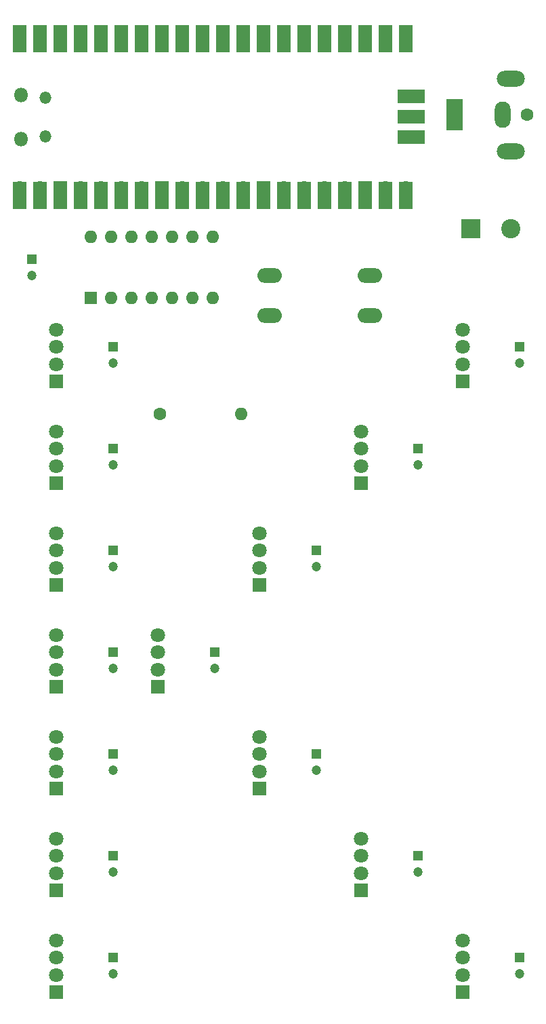
<source format=gbr>
%TF.GenerationSoftware,KiCad,Pcbnew,(5.1.9)-1*%
%TF.CreationDate,2021-02-28T12:15:39-08:00*%
%TF.ProjectId,namebadge,6e616d65-6261-4646-9765-2e6b69636164,v0.1*%
%TF.SameCoordinates,Original*%
%TF.FileFunction,Soldermask,Top*%
%TF.FilePolarity,Negative*%
%FSLAX46Y46*%
G04 Gerber Fmt 4.6, Leading zero omitted, Abs format (unit mm)*
G04 Created by KiCad (PCBNEW (5.1.9)-1) date 2021-02-28 12:15:39*
%MOMM*%
%LPD*%
G01*
G04 APERTURE LIST*
%ADD10O,3.048000X1.850000*%
%ADD11O,1.600000X1.600000*%
%ADD12C,1.600000*%
%ADD13O,1.700000X1.700000*%
%ADD14R,3.500000X1.700000*%
%ADD15R,1.700000X1.700000*%
%ADD16O,1.500000X1.500000*%
%ADD17O,1.800000X1.800000*%
%ADD18R,1.700000X3.500000*%
%ADD19R,1.800000X1.800000*%
%ADD20C,1.800000*%
%ADD21C,1.200000*%
%ADD22R,1.200000X1.200000*%
%ADD23R,1.600000X1.600000*%
%ADD24O,3.500000X2.000000*%
%ADD25O,2.000000X3.300000*%
%ADD26R,2.000000X4.000000*%
%ADD27R,2.400000X2.400000*%
%ADD28C,2.400000*%
G04 APERTURE END LIST*
D10*
%TO.C,SW1*%
X69650000Y-52832000D03*
X69650000Y-57832000D03*
X57150000Y-52832000D03*
X57150000Y-57832000D03*
%TD*%
D11*
%TO.C,R1*%
X53594000Y-70104000D03*
D12*
X43434000Y-70104000D03*
%TD*%
D13*
%TO.C,U1*%
X73938000Y-30480000D03*
D14*
X74838000Y-30480000D03*
D15*
X73938000Y-33020000D03*
D14*
X74838000Y-33020000D03*
D13*
X73938000Y-35560000D03*
D14*
X74838000Y-35560000D03*
D16*
X29068000Y-30595000D03*
X29068000Y-35445000D03*
D17*
X26038000Y-30295000D03*
X26038000Y-35745000D03*
D18*
X74168000Y-23230000D03*
X71628000Y-23230000D03*
X69088000Y-23230000D03*
X66548000Y-23230000D03*
X64008000Y-23230000D03*
X61468000Y-23230000D03*
X58928000Y-23230000D03*
X56388000Y-23230000D03*
X53848000Y-23230000D03*
X51308000Y-23230000D03*
X48768000Y-23230000D03*
X46228000Y-23230000D03*
X43688000Y-23230000D03*
X41148000Y-23230000D03*
X38608000Y-23230000D03*
X36068000Y-23230000D03*
X33528000Y-23230000D03*
X30988000Y-23230000D03*
X28448000Y-23230000D03*
X25908000Y-23230000D03*
X74168000Y-42810000D03*
X71628000Y-42810000D03*
X69088000Y-42810000D03*
X66548000Y-42810000D03*
X64008000Y-42810000D03*
X61468000Y-42810000D03*
X58928000Y-42810000D03*
X56388000Y-42810000D03*
X53848000Y-42810000D03*
X51308000Y-42810000D03*
X48768000Y-42810000D03*
X46228000Y-42810000D03*
X43688000Y-42810000D03*
X41148000Y-42810000D03*
X38608000Y-42810000D03*
X36068000Y-42810000D03*
X33528000Y-42810000D03*
X30988000Y-42810000D03*
X28448000Y-42810000D03*
X25908000Y-42810000D03*
D13*
X25908000Y-24130000D03*
X28448000Y-24130000D03*
D15*
X30988000Y-24130000D03*
D13*
X33528000Y-24130000D03*
X36068000Y-24130000D03*
X38608000Y-24130000D03*
X41148000Y-24130000D03*
D15*
X43688000Y-24130000D03*
D13*
X46228000Y-24130000D03*
X48768000Y-24130000D03*
X51308000Y-24130000D03*
X53848000Y-24130000D03*
D15*
X56388000Y-24130000D03*
D13*
X58928000Y-24130000D03*
X61468000Y-24130000D03*
X64008000Y-24130000D03*
X66548000Y-24130000D03*
D15*
X69088000Y-24130000D03*
D13*
X71628000Y-24130000D03*
X74168000Y-24130000D03*
X74168000Y-41910000D03*
X71628000Y-41910000D03*
D15*
X69088000Y-41910000D03*
D13*
X66548000Y-41910000D03*
X64008000Y-41910000D03*
X61468000Y-41910000D03*
X58928000Y-41910000D03*
D15*
X56388000Y-41910000D03*
D13*
X53848000Y-41910000D03*
X51308000Y-41910000D03*
X48768000Y-41910000D03*
X46228000Y-41910000D03*
D15*
X43688000Y-41910000D03*
D13*
X41148000Y-41910000D03*
X38608000Y-41910000D03*
X36068000Y-41910000D03*
X33528000Y-41910000D03*
D15*
X30988000Y-41910000D03*
D13*
X28448000Y-41910000D03*
X25908000Y-41910000D03*
%TD*%
D19*
%TO.C,D10*%
X55880000Y-116840000D03*
D20*
X55880000Y-114681000D03*
X55880000Y-112522000D03*
X55880000Y-110363000D03*
%TD*%
D21*
%TO.C,C14*%
X88392000Y-139922000D03*
D22*
X88392000Y-137922000D03*
%TD*%
D21*
%TO.C,C7*%
X37592000Y-139922000D03*
D22*
X37592000Y-137922000D03*
%TD*%
D21*
%TO.C,C12*%
X75692000Y-127222000D03*
D22*
X75692000Y-125222000D03*
%TD*%
D21*
%TO.C,C6*%
X37592000Y-127222000D03*
D22*
X37592000Y-125222000D03*
%TD*%
D21*
%TO.C,C10*%
X62992000Y-114522000D03*
D22*
X62992000Y-112522000D03*
%TD*%
D21*
%TO.C,C5*%
X37592000Y-114522000D03*
D22*
X37592000Y-112522000D03*
%TD*%
D21*
%TO.C,C8*%
X50292000Y-101822000D03*
D22*
X50292000Y-99822000D03*
%TD*%
D21*
%TO.C,C4*%
X37592000Y-101822000D03*
D22*
X37592000Y-99822000D03*
%TD*%
D21*
%TO.C,C9*%
X62992000Y-89122000D03*
D22*
X62992000Y-87122000D03*
%TD*%
D21*
%TO.C,C3*%
X37592000Y-89122000D03*
D22*
X37592000Y-87122000D03*
%TD*%
D21*
%TO.C,C11*%
X75692000Y-76422000D03*
D22*
X75692000Y-74422000D03*
%TD*%
D21*
%TO.C,C2*%
X37592000Y-76422000D03*
D22*
X37592000Y-74422000D03*
%TD*%
D21*
%TO.C,C13*%
X88392000Y-63722000D03*
D22*
X88392000Y-61722000D03*
%TD*%
D19*
%TO.C,D14*%
X81280000Y-142240000D03*
D20*
X81280000Y-140081000D03*
X81280000Y-137922000D03*
X81280000Y-135763000D03*
%TD*%
D19*
%TO.C,D7*%
X30480000Y-142240000D03*
D20*
X30480000Y-140081000D03*
X30480000Y-137922000D03*
X30480000Y-135763000D03*
%TD*%
D19*
%TO.C,D12*%
X68580000Y-129540000D03*
D20*
X68580000Y-127381000D03*
X68580000Y-125222000D03*
X68580000Y-123063000D03*
%TD*%
D19*
%TO.C,D6*%
X30480000Y-129540000D03*
D20*
X30480000Y-127381000D03*
X30480000Y-125222000D03*
X30480000Y-123063000D03*
%TD*%
D19*
%TO.C,D5*%
X30480000Y-116840000D03*
D20*
X30480000Y-114681000D03*
X30480000Y-112522000D03*
X30480000Y-110363000D03*
%TD*%
D19*
%TO.C,D8*%
X43180000Y-104140000D03*
D20*
X43180000Y-101981000D03*
X43180000Y-99822000D03*
X43180000Y-97663000D03*
%TD*%
D19*
%TO.C,D4*%
X30480000Y-104140000D03*
D20*
X30480000Y-101981000D03*
X30480000Y-99822000D03*
X30480000Y-97663000D03*
%TD*%
D19*
%TO.C,D9*%
X55880000Y-91440000D03*
D20*
X55880000Y-89281000D03*
X55880000Y-87122000D03*
X55880000Y-84963000D03*
%TD*%
D19*
%TO.C,D3*%
X30480000Y-91440000D03*
D20*
X30480000Y-89281000D03*
X30480000Y-87122000D03*
X30480000Y-84963000D03*
%TD*%
D19*
%TO.C,D11*%
X68580000Y-78740000D03*
D20*
X68580000Y-76581000D03*
X68580000Y-74422000D03*
X68580000Y-72263000D03*
%TD*%
D19*
%TO.C,D2*%
X30480000Y-78740000D03*
D20*
X30480000Y-76581000D03*
X30480000Y-74422000D03*
X30480000Y-72263000D03*
%TD*%
D19*
%TO.C,D13*%
X81280000Y-66040000D03*
D20*
X81280000Y-63881000D03*
X81280000Y-61722000D03*
X81280000Y-59563000D03*
%TD*%
%TO.C,D1*%
X30480000Y-59563000D03*
X30480000Y-61722000D03*
X30480000Y-63881000D03*
D19*
X30480000Y-66040000D03*
%TD*%
D22*
%TO.C,C1*%
X37592000Y-61722000D03*
D21*
X37592000Y-63722000D03*
%TD*%
D23*
%TO.C,IC1*%
X34798000Y-55626000D03*
D11*
X50038000Y-48006000D03*
X37338000Y-55626000D03*
X47498000Y-48006000D03*
X39878000Y-55626000D03*
X44958000Y-48006000D03*
X42418000Y-55626000D03*
X42418000Y-48006000D03*
X44958000Y-55626000D03*
X39878000Y-48006000D03*
X47498000Y-55626000D03*
X37338000Y-48006000D03*
X50038000Y-55626000D03*
X34798000Y-48006000D03*
%TD*%
D12*
%TO.C,J1*%
X89264000Y-32766000D03*
D24*
X87264000Y-28266000D03*
X87264000Y-37266000D03*
D25*
X86264000Y-32766000D03*
D26*
X80264000Y-32766000D03*
%TD*%
D27*
%TO.C,C15*%
X82296000Y-46990000D03*
D28*
X87296000Y-46990000D03*
%TD*%
D22*
%TO.C,C16*%
X27432000Y-50800000D03*
D21*
X27432000Y-52800000D03*
%TD*%
M02*

</source>
